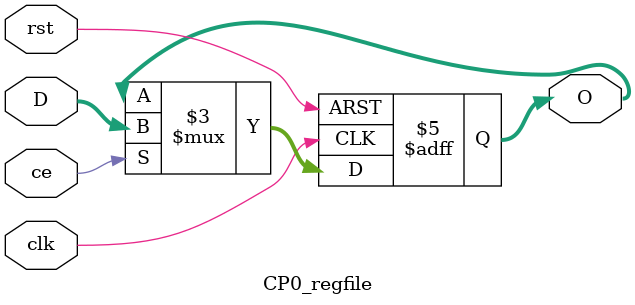
<source format=v>
`timescale 1ns / 1ps


module CP0_regfile(
input clk,
input rst,
input ce,
input [31:0] D,
output reg [31:0] O
    );
    
    always @ (posedge clk or posedge rst)
    begin
        if(rst == 1)
            O <= 32'b0;
        else if(ce)
            O <= D;
    end
    
endmodule

</source>
